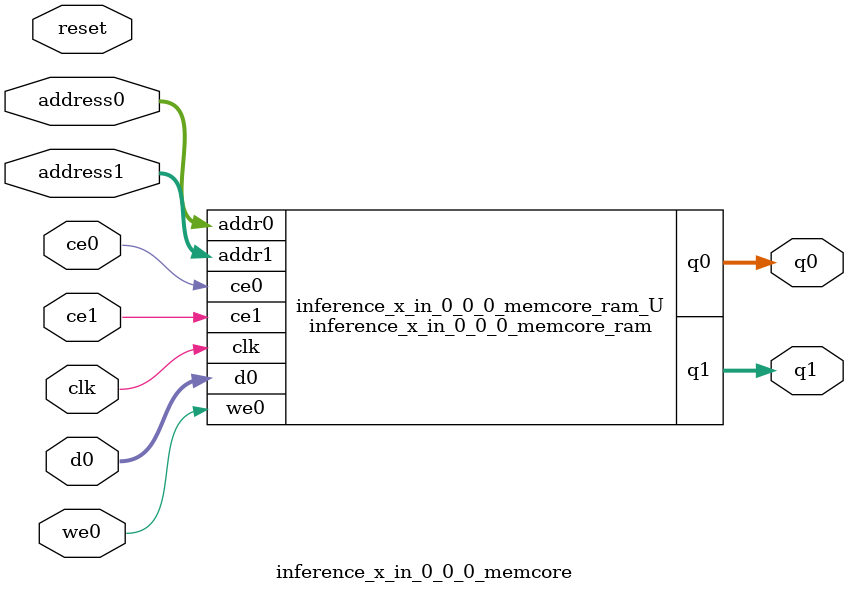
<source format=v>

`timescale 1 ns / 1 ps
module inference_x_in_0_0_0_memcore_ram (addr0, ce0, d0, we0, q0, addr1, ce1, q1,  clk);

parameter DWIDTH = 32;
parameter AWIDTH = 6;
parameter MEM_SIZE = 36;

input[AWIDTH-1:0] addr0;
input ce0;
input[DWIDTH-1:0] d0;
input we0;
output reg[DWIDTH-1:0] q0;
input[AWIDTH-1:0] addr1;
input ce1;
output reg[DWIDTH-1:0] q1;
input clk;

(* ram_style = "block" *)reg [DWIDTH-1:0] ram[MEM_SIZE-1:0];




always @(posedge clk)  
begin 
    if (ce0) 
    begin
        if (we0) 
        begin 
            ram[addr0] <= d0; 
            q0 <= d0;
        end 
        else 
            q0 <= ram[addr0];
    end
end


always @(posedge clk)  
begin 
    if (ce1) 
    begin
            q1 <= ram[addr1];
    end
end


endmodule


`timescale 1 ns / 1 ps
module inference_x_in_0_0_0_memcore(
    reset,
    clk,
    address0,
    ce0,
    we0,
    d0,
    q0,
    address1,
    ce1,
    q1);

parameter DataWidth = 32'd32;
parameter AddressRange = 32'd36;
parameter AddressWidth = 32'd6;
input reset;
input clk;
input[AddressWidth - 1:0] address0;
input ce0;
input we0;
input[DataWidth - 1:0] d0;
output[DataWidth - 1:0] q0;
input[AddressWidth - 1:0] address1;
input ce1;
output[DataWidth - 1:0] q1;



inference_x_in_0_0_0_memcore_ram inference_x_in_0_0_0_memcore_ram_U(
    .clk( clk ),
    .addr0( address0 ),
    .ce0( ce0 ),
    .d0( d0 ),
    .we0( we0 ),
    .q0( q0 ),
    .addr1( address1 ),
    .ce1( ce1 ),
    .q1( q1 ));

endmodule


</source>
